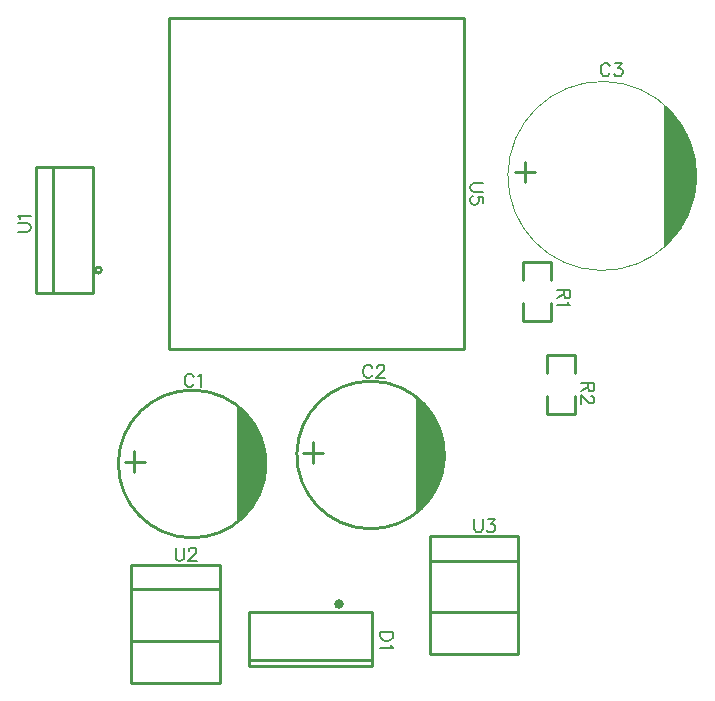
<source format=gto>
G04 Layer: TopSilkLayer*
G04 EasyEDA v6.4.20.6, 2021-07-19T19:11:35--4:00*
G04 e84b6f659e4c45e888895c734b18603a,91999b56e5bf4a9c8a3ad43c56598434,10*
G04 Gerber Generator version 0.2*
G04 Scale: 100 percent, Rotated: No, Reflected: No *
G04 Dimensions in millimeters *
G04 leading zeros omitted , absolute positions ,4 integer and 5 decimal *
%FSLAX45Y45*%
%MOMM*%

%ADD10C,0.2540*%
%ADD19C,0.2581*%
%ADD20C,0.0500*%
%ADD21C,0.4000*%
%ADD22C,0.1524*%

%LPD*%
D22*
X1398778Y3251707D02*
G01*
X1393444Y3262121D01*
X1383029Y3272536D01*
X1372870Y3277615D01*
X1352042Y3277615D01*
X1341628Y3272536D01*
X1331213Y3262121D01*
X1325879Y3251707D01*
X1320800Y3235960D01*
X1320800Y3210052D01*
X1325879Y3194557D01*
X1331213Y3184144D01*
X1341628Y3173729D01*
X1352042Y3168650D01*
X1372870Y3168650D01*
X1383029Y3173729D01*
X1393444Y3184144D01*
X1398778Y3194557D01*
X1433068Y3256787D02*
G01*
X1443481Y3262121D01*
X1458976Y3277615D01*
X1458976Y3168650D01*
X2910077Y3327907D02*
G01*
X2904743Y3338321D01*
X2894329Y3348736D01*
X2884170Y3353815D01*
X2863341Y3353815D01*
X2852927Y3348736D01*
X2842513Y3338321D01*
X2837179Y3327907D01*
X2832100Y3312160D01*
X2832100Y3286252D01*
X2837179Y3270757D01*
X2842513Y3260344D01*
X2852927Y3249929D01*
X2863341Y3244850D01*
X2884170Y3244850D01*
X2894329Y3249929D01*
X2904743Y3260344D01*
X2910077Y3270757D01*
X2949447Y3327907D02*
G01*
X2949447Y3332987D01*
X2954781Y3343402D01*
X2959861Y3348736D01*
X2970275Y3353815D01*
X2991104Y3353815D01*
X3001518Y3348736D01*
X3006597Y3343402D01*
X3011931Y3332987D01*
X3011931Y3322573D01*
X3006597Y3312160D01*
X2996184Y3296665D01*
X2944368Y3244850D01*
X3017011Y3244850D01*
X4923373Y5880607D02*
G01*
X4918039Y5891021D01*
X4907625Y5901436D01*
X4897465Y5906515D01*
X4876637Y5906515D01*
X4866223Y5901436D01*
X4855809Y5891021D01*
X4850475Y5880607D01*
X4845395Y5864860D01*
X4845395Y5838952D01*
X4850475Y5823457D01*
X4855809Y5813044D01*
X4866223Y5802629D01*
X4876637Y5797550D01*
X4897465Y5797550D01*
X4907625Y5802629D01*
X4918039Y5813044D01*
X4923373Y5823457D01*
X4968077Y5906515D02*
G01*
X5025227Y5906515D01*
X4993985Y5864860D01*
X5009479Y5864860D01*
X5019893Y5859779D01*
X5025227Y5854700D01*
X5030307Y5838952D01*
X5030307Y5828537D01*
X5025227Y5813044D01*
X5014813Y5802629D01*
X4999065Y5797550D01*
X4983571Y5797550D01*
X4968077Y5802629D01*
X4962743Y5807710D01*
X4957663Y5818123D01*
X4788915Y3202909D02*
G01*
X4679950Y3202909D01*
X4788915Y3202909D02*
G01*
X4788915Y3156173D01*
X4783836Y3140679D01*
X4778502Y3135345D01*
X4768088Y3130265D01*
X4757674Y3130265D01*
X4747259Y3135345D01*
X4742179Y3140679D01*
X4737100Y3156173D01*
X4737100Y3202909D01*
X4737100Y3166587D02*
G01*
X4679950Y3130265D01*
X4763008Y3090641D02*
G01*
X4768088Y3090641D01*
X4778502Y3085561D01*
X4783836Y3080227D01*
X4788915Y3069813D01*
X4788915Y3049239D01*
X4783836Y3038825D01*
X4778502Y3033491D01*
X4768088Y3028411D01*
X4757674Y3028411D01*
X4747259Y3033491D01*
X4731765Y3043905D01*
X4679950Y3095975D01*
X4679950Y3023077D01*
X4585715Y3990309D02*
G01*
X4476750Y3990309D01*
X4585715Y3990309D02*
G01*
X4585715Y3943573D01*
X4580636Y3928079D01*
X4575302Y3922745D01*
X4564888Y3917665D01*
X4554474Y3917665D01*
X4544059Y3922745D01*
X4538979Y3928079D01*
X4533900Y3943573D01*
X4533900Y3990309D01*
X4533900Y3953987D02*
G01*
X4476750Y3917665D01*
X4564888Y3883375D02*
G01*
X4570222Y3872961D01*
X4585715Y3857213D01*
X4476750Y3857213D01*
X3087115Y1092200D02*
G01*
X2978150Y1092200D01*
X3087115Y1092200D02*
G01*
X3087115Y1055878D01*
X3082036Y1040129D01*
X3071622Y1029970D01*
X3061208Y1024636D01*
X3045459Y1019555D01*
X3019552Y1019555D01*
X3004058Y1024636D01*
X2993643Y1029970D01*
X2983229Y1040129D01*
X2978150Y1055878D01*
X2978150Y1092200D01*
X3066288Y985265D02*
G01*
X3071622Y974852D01*
X3087115Y959104D01*
X2978150Y959104D01*
X-89915Y4480305D02*
G01*
X-11937Y4480305D01*
X3555Y4485386D01*
X13970Y4495800D01*
X19050Y4511547D01*
X19050Y4521962D01*
X13970Y4537455D01*
X3555Y4547870D01*
X-11937Y4552950D01*
X-89915Y4552950D01*
X-69087Y4587239D02*
G01*
X-74421Y4597654D01*
X-89915Y4613402D01*
X19050Y4613402D01*
X3849115Y4889500D02*
G01*
X3771138Y4889500D01*
X3755643Y4884420D01*
X3745229Y4874005D01*
X3740150Y4858257D01*
X3740150Y4847844D01*
X3745229Y4832350D01*
X3755643Y4821936D01*
X3771138Y4816855D01*
X3849115Y4816855D01*
X3849115Y4720081D02*
G01*
X3849115Y4772152D01*
X3802379Y4777231D01*
X3807459Y4772152D01*
X3812793Y4756404D01*
X3812793Y4740910D01*
X3807459Y4725415D01*
X3797300Y4715002D01*
X3781552Y4709668D01*
X3771138Y4709668D01*
X3755643Y4715002D01*
X3745229Y4725415D01*
X3740150Y4740910D01*
X3740150Y4756404D01*
X3745229Y4772152D01*
X3750309Y4777231D01*
X3760724Y4782565D01*
X1244600Y1804415D02*
G01*
X1244600Y1726437D01*
X1249679Y1710944D01*
X1260094Y1700529D01*
X1275842Y1695450D01*
X1286255Y1695450D01*
X1301750Y1700529D01*
X1312163Y1710944D01*
X1317244Y1726437D01*
X1317244Y1804415D01*
X1356868Y1778507D02*
G01*
X1356868Y1783587D01*
X1361947Y1794002D01*
X1367281Y1799336D01*
X1377695Y1804415D01*
X1398270Y1804415D01*
X1408684Y1799336D01*
X1414018Y1794002D01*
X1419097Y1783587D01*
X1419097Y1773173D01*
X1414018Y1762760D01*
X1403604Y1747265D01*
X1351534Y1695450D01*
X1424431Y1695450D01*
X3771900Y2045715D02*
G01*
X3771900Y1967737D01*
X3776979Y1952244D01*
X3787393Y1941829D01*
X3803141Y1936750D01*
X3813556Y1936750D01*
X3829050Y1941829D01*
X3839463Y1952244D01*
X3844543Y1967737D01*
X3844543Y2045715D01*
X3889247Y2045715D02*
G01*
X3946397Y2045715D01*
X3915409Y2004060D01*
X3930904Y2004060D01*
X3941318Y1998979D01*
X3946397Y1993900D01*
X3951731Y1978152D01*
X3951731Y1967737D01*
X3946397Y1952244D01*
X3935984Y1941829D01*
X3920490Y1936750D01*
X3904995Y1936750D01*
X3889247Y1941829D01*
X3884168Y1946910D01*
X3878834Y1957323D01*
G36*
X1765300Y3014980D02*
G01*
X1765300Y2021839D01*
X1770380Y2016760D01*
X1877060Y2141220D01*
X1887220Y2146300D01*
X1922780Y2204720D01*
X1940560Y2242820D01*
X1968500Y2283460D01*
X1978660Y2344420D01*
X1996439Y2362200D01*
X1996439Y2443480D01*
X2011832Y2458872D01*
X2011832Y2557932D01*
X2014220Y2560320D01*
X2004060Y2570480D01*
X1996439Y2656840D01*
X1981200Y2677160D01*
X1968500Y2750820D01*
X1935480Y2796540D01*
X1925320Y2837180D01*
X1882139Y2890520D01*
X1882139Y2893060D01*
G37*
G36*
X3276600Y3091180D02*
G01*
X3276600Y2098040D01*
X3281679Y2092960D01*
X3388360Y2217420D01*
X3398520Y2222500D01*
X3434079Y2280920D01*
X3451860Y2319020D01*
X3479800Y2359660D01*
X3489960Y2420620D01*
X3507740Y2438400D01*
X3507740Y2519680D01*
X3523132Y2535072D01*
X3523132Y2634132D01*
X3525520Y2636520D01*
X3515360Y2646680D01*
X3507740Y2733040D01*
X3492500Y2753360D01*
X3479800Y2827020D01*
X3446779Y2872740D01*
X3436620Y2913380D01*
X3393440Y2966720D01*
X3393440Y2969260D01*
G37*
G36*
X5378805Y5562600D02*
G01*
X5378805Y4343400D01*
X5397957Y4360418D01*
X5416499Y4378045D01*
X5434533Y4396282D01*
X5451957Y4415028D01*
X5468772Y4434382D01*
X5484977Y4454194D01*
X5500522Y4474565D01*
X5515406Y4495393D01*
X5529681Y4516729D01*
X5536539Y4527499D01*
X5549696Y4549495D01*
X5562193Y4571847D01*
X5573979Y4594606D01*
X5585002Y4617720D01*
X5590286Y4629404D01*
X5600192Y4653026D01*
X5609336Y4676952D01*
X5617768Y4701133D01*
X5625388Y4725568D01*
X5632246Y4750257D01*
X5638292Y4775149D01*
X5643575Y4800244D01*
X5648045Y4825441D01*
X5651703Y4850790D01*
X5654548Y4876241D01*
X5656580Y4901793D01*
X5657799Y4927396D01*
X5658205Y4953000D01*
X5657799Y4978603D01*
X5656580Y5004206D01*
X5654548Y5029758D01*
X5651703Y5055209D01*
X5648045Y5080558D01*
X5643575Y5105755D01*
X5638292Y5130850D01*
X5632246Y5155742D01*
X5625388Y5180431D01*
X5617768Y5204866D01*
X5609336Y5229047D01*
X5600192Y5252974D01*
X5590286Y5276596D01*
X5579567Y5299913D01*
X5568188Y5322824D01*
X5556046Y5345379D01*
X5543194Y5367528D01*
X5536539Y5378500D01*
X5522620Y5399989D01*
X5508040Y5421071D01*
X5492851Y5441645D01*
X5476951Y5461762D01*
X5460441Y5481370D01*
X5443321Y5500420D01*
X5425592Y5518912D01*
X5407304Y5536844D01*
X5388406Y5554167D01*
G37*
D10*
X982979Y2532379D02*
G01*
X815339Y2532379D01*
X896620Y2448560D02*
G01*
X896620Y2621279D01*
X2494279Y2608579D02*
G01*
X2326640Y2608579D01*
X2407920Y2524760D02*
G01*
X2407920Y2697479D01*
X4200235Y4899660D02*
G01*
X4200235Y5072379D01*
X4289135Y4983479D02*
G01*
X4121495Y4983479D01*
X4628499Y3437704D02*
G01*
X4388500Y3437704D01*
X4388500Y3087705D02*
G01*
X4388500Y2937705D01*
X4628499Y3087705D02*
G01*
X4628499Y2937705D01*
X4388500Y3287704D02*
G01*
X4388500Y3437704D01*
X4628499Y3287704D02*
G01*
X4628499Y3437704D01*
X4628499Y2937705D02*
G01*
X4388500Y2937705D01*
X4425299Y4225104D02*
G01*
X4185300Y4225104D01*
X4185300Y3875105D02*
G01*
X4185300Y3725105D01*
X4425299Y3875105D02*
G01*
X4425299Y3725105D01*
X4185300Y4075104D02*
G01*
X4185300Y4225104D01*
X4425299Y4075104D02*
G01*
X4425299Y4225104D01*
X4425299Y3725105D02*
G01*
X4185300Y3725105D01*
X1866900Y850900D02*
G01*
X2908300Y850900D01*
X2907614Y1261389D02*
G01*
X2907614Y801395D01*
X1867611Y801395D01*
X1867611Y1261389D01*
X2907614Y1261389D01*
D19*
X202999Y5025798D02*
G01*
X202999Y3965801D01*
X62999Y3965801D02*
G01*
X546000Y3965801D01*
X62999Y5025798D02*
G01*
X62999Y3965801D01*
X546000Y3965801D02*
G01*
X546000Y5025798D01*
X546000Y5025798D02*
G01*
X62999Y5025798D01*
D10*
X3688410Y6289497D02*
G01*
X3688410Y3489502D01*
X1188415Y3489502D01*
X1188415Y6289497D01*
X3688410Y6289497D01*
X869599Y1016751D02*
G01*
X1619600Y1016751D01*
X869599Y1453631D02*
G01*
X1619600Y1453631D01*
X869599Y661898D02*
G01*
X1619600Y661898D01*
X1619600Y1661899D02*
G01*
X1619600Y661898D01*
X869599Y1661899D02*
G01*
X869599Y661898D01*
X869599Y1661899D02*
G01*
X1619600Y1661899D01*
X3396899Y1258051D02*
G01*
X4146900Y1258051D01*
X3396899Y1694931D02*
G01*
X4146900Y1694931D01*
X3396899Y903198D02*
G01*
X4146900Y903198D01*
X4146900Y1903199D02*
G01*
X4146900Y903198D01*
X3396899Y1903199D02*
G01*
X3396899Y903198D01*
X3396899Y1903199D02*
G01*
X4146900Y1903199D01*
G75*
G01*
X1394460Y3139694D02*
G03*
X1405382Y3139440I-9069J-624934D01*
G75*
G01*
X2905760Y3215894D02*
G03*
X2916682Y3215640I-9069J-624934D01*
D20*
G75*
G01*
X4865715Y5753100D02*
G03*
X4879685Y5752846I-7557J-799965D01*
D21*
G75*
G01*
X2628900Y1308100D02*
G03*
X2628646Y1308100I-127J20000D01*
D10*
G75*
G01
X616407Y4155796D02*
G03X616407Y4155796I-25400J0D01*
M02*

</source>
